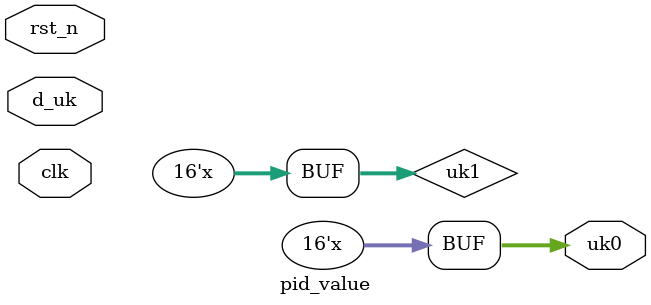
<source format=v>
module pid_value (
	//system signals
	input		clk						, // 时钟信号
	input		rst_n					, // 复位信号，低电平有效
	input		signed [15:0]	  d_uk	    , // pid增量
	output	    reg signed [15:0]      uk0		  // pid输出值
);
 
reg signed [15:0] uk1 = 16'd0; // 上一时刻u(k-1)的值
always @ (d_uk) begin
	uk0 = uk1 + d_uk; // 计算pid输出值
	uk1 = uk0;// 寄存上一时刻 u(k-1)的值    
end
endmodule
</source>
